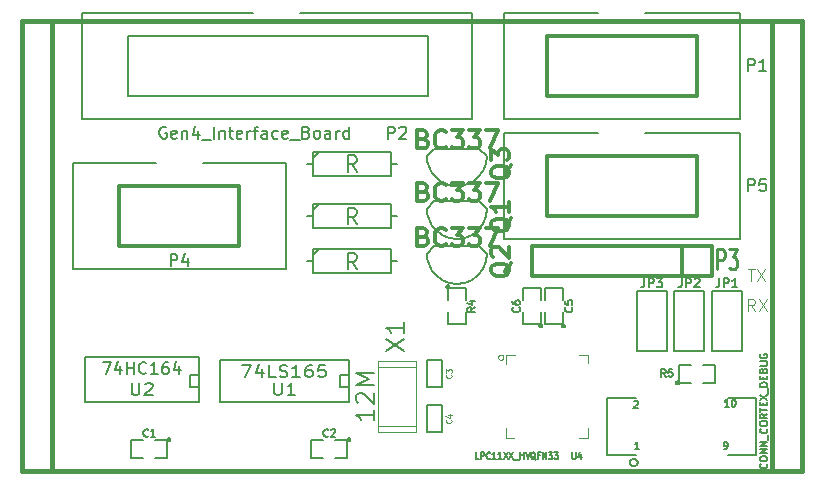
<source format=gto>
G04 (created by PCBNEW-RS274X (2012-01-19 BZR 3256)-stable) date 20/08/2012 20:09:26*
G01*
G70*
G90*
%MOIN*%
G04 Gerber Fmt 3.4, Leading zero omitted, Abs format*
%FSLAX34Y34*%
G04 APERTURE LIST*
%ADD10C,0.006000*%
%ADD11C,0.015000*%
%ADD12C,0.008000*%
%ADD13C,0.012000*%
%ADD14C,0.002000*%
%ADD15C,0.005000*%
%ADD16C,0.007500*%
%ADD17C,0.003900*%
%ADD18C,0.010700*%
%ADD19C,0.004500*%
G04 APERTURE END LIST*
G54D10*
G54D11*
X25000Y00000D02*
X26000Y00000D01*
X25000Y15000D02*
X26000Y15000D01*
X25000Y15000D02*
X00000Y15000D01*
X26000Y00000D02*
X26000Y15000D01*
X00000Y00000D02*
X25000Y00000D01*
X00000Y15000D02*
X00000Y00000D01*
X25000Y15000D02*
X26000Y15000D01*
X26000Y15000D02*
X26000Y00000D01*
X26000Y00000D02*
X25000Y00000D01*
X25000Y00000D02*
X25000Y15000D01*
X00000Y15000D02*
X01000Y15000D01*
X01000Y15000D02*
X01000Y00000D01*
X01000Y00000D02*
X00000Y00000D01*
X00000Y00000D02*
X00000Y15000D01*
G54D12*
X09500Y08500D02*
X09700Y08500D01*
X12500Y08500D02*
X12300Y08500D01*
X12300Y08500D02*
X12300Y08900D01*
X12300Y08900D02*
X09700Y08900D01*
X09700Y08900D02*
X09700Y08100D01*
X09700Y08100D02*
X12300Y08100D01*
X12300Y08100D02*
X12300Y08500D01*
X09700Y08700D02*
X09900Y08900D01*
X09500Y07000D02*
X09700Y07000D01*
X12500Y07000D02*
X12300Y07000D01*
X12300Y07000D02*
X12300Y07400D01*
X12300Y07400D02*
X09700Y07400D01*
X09700Y07400D02*
X09700Y06600D01*
X09700Y06600D02*
X12300Y06600D01*
X12300Y06600D02*
X12300Y07000D01*
X09700Y07200D02*
X09900Y07400D01*
X09500Y10250D02*
X09700Y10250D01*
X12500Y10250D02*
X12300Y10250D01*
X12300Y10250D02*
X12300Y10650D01*
X12300Y10650D02*
X09700Y10650D01*
X09700Y10650D02*
X09700Y09850D01*
X09700Y09850D02*
X12300Y09850D01*
X12300Y09850D02*
X12300Y10250D01*
X09700Y10450D02*
X09900Y10650D01*
X09287Y15272D02*
X14996Y15272D01*
X02004Y15272D02*
X07713Y15272D01*
X14996Y11728D02*
X02004Y11728D01*
X14996Y11728D02*
X14996Y15272D01*
X02004Y11728D02*
X02004Y15272D01*
X03525Y14500D02*
X13525Y14500D01*
X13525Y12500D02*
X03525Y12500D01*
X13525Y12500D02*
X13525Y14500D01*
X03525Y14500D02*
X03525Y12500D01*
G54D13*
X23000Y07500D02*
X23000Y06500D01*
X23000Y06500D02*
X17000Y06500D01*
X17000Y06500D02*
X17000Y07500D01*
X17000Y07500D02*
X23000Y07500D01*
X22000Y07500D02*
X22000Y06500D01*
G54D12*
X14500Y07750D02*
X14587Y07754D01*
X14673Y07766D01*
X14758Y07785D01*
X14842Y07811D01*
X14922Y07844D01*
X15000Y07884D01*
X15073Y07931D01*
X15142Y07984D01*
X15207Y08043D01*
X15266Y08108D01*
X15319Y08177D01*
X15366Y08251D01*
X15406Y08328D01*
X15439Y08408D01*
X15465Y08492D01*
X15484Y08577D01*
X15496Y08663D01*
X15500Y08750D01*
X13500Y08750D02*
X13504Y08663D01*
X13516Y08577D01*
X13535Y08492D01*
X13561Y08408D01*
X13594Y08328D01*
X13634Y08251D01*
X13681Y08177D01*
X13734Y08108D01*
X13793Y08043D01*
X13858Y07984D01*
X13927Y07931D01*
X14001Y07884D01*
X14078Y07844D01*
X14158Y07811D01*
X14242Y07785D01*
X14327Y07766D01*
X14413Y07754D01*
X14500Y07750D01*
X15500Y08750D02*
X15250Y09000D01*
X13750Y09000D02*
X13500Y08750D01*
X13750Y09000D02*
X15250Y09000D01*
X14500Y06250D02*
X14587Y06254D01*
X14673Y06266D01*
X14758Y06285D01*
X14842Y06311D01*
X14922Y06344D01*
X15000Y06384D01*
X15073Y06431D01*
X15142Y06484D01*
X15207Y06543D01*
X15266Y06608D01*
X15319Y06677D01*
X15366Y06751D01*
X15406Y06828D01*
X15439Y06908D01*
X15465Y06992D01*
X15484Y07077D01*
X15496Y07163D01*
X15500Y07250D01*
X13500Y07250D02*
X13504Y07163D01*
X13516Y07077D01*
X13535Y06992D01*
X13561Y06908D01*
X13594Y06828D01*
X13634Y06751D01*
X13681Y06677D01*
X13734Y06608D01*
X13793Y06543D01*
X13858Y06484D01*
X13927Y06431D01*
X14001Y06384D01*
X14078Y06344D01*
X14158Y06311D01*
X14242Y06285D01*
X14327Y06266D01*
X14413Y06254D01*
X14500Y06250D01*
X15500Y07250D02*
X15250Y07500D01*
X13750Y07500D02*
X13500Y07250D01*
X13750Y07500D02*
X15250Y07500D01*
X14500Y09500D02*
X14587Y09504D01*
X14673Y09516D01*
X14758Y09535D01*
X14842Y09561D01*
X14922Y09594D01*
X15000Y09634D01*
X15073Y09681D01*
X15142Y09734D01*
X15207Y09793D01*
X15266Y09858D01*
X15319Y09927D01*
X15366Y10001D01*
X15406Y10078D01*
X15439Y10158D01*
X15465Y10242D01*
X15484Y10327D01*
X15496Y10413D01*
X15500Y10500D01*
X13500Y10500D02*
X13504Y10413D01*
X13516Y10327D01*
X13535Y10242D01*
X13561Y10158D01*
X13594Y10078D01*
X13634Y10001D01*
X13681Y09927D01*
X13734Y09858D01*
X13793Y09793D01*
X13858Y09734D01*
X13927Y09681D01*
X14001Y09634D01*
X14078Y09594D01*
X14158Y09561D01*
X14242Y09535D01*
X14327Y09516D01*
X14413Y09504D01*
X14500Y09500D01*
X15500Y10500D02*
X15250Y10750D01*
X13750Y10750D02*
X13500Y10500D01*
X13750Y10750D02*
X15250Y10750D01*
X10900Y02300D02*
X06600Y02300D01*
X06600Y02300D02*
X06600Y03700D01*
X06600Y03700D02*
X10900Y03700D01*
X10900Y03700D02*
X10900Y02300D01*
X10900Y02800D02*
X10600Y02800D01*
X10600Y02800D02*
X10600Y03200D01*
X10600Y03200D02*
X10900Y03200D01*
X05900Y02300D02*
X02100Y02300D01*
X02100Y02300D02*
X02100Y03800D01*
X02100Y03800D02*
X05900Y03800D01*
X05900Y03800D02*
X05900Y02300D01*
X05900Y02800D02*
X05600Y02800D01*
X05600Y02800D02*
X05600Y03200D01*
X05600Y03200D02*
X05900Y03200D01*
X19213Y15272D02*
X16063Y15272D01*
X16063Y15272D02*
X16063Y11728D01*
X16063Y11728D02*
X23937Y11728D01*
X23937Y11728D02*
X23937Y13500D01*
X23937Y13500D02*
X23937Y15272D01*
X23937Y15272D02*
X20787Y15272D01*
G54D13*
X22500Y12500D02*
X17500Y12500D01*
X17500Y12500D02*
X17500Y14500D01*
X17500Y14500D02*
X22500Y14500D01*
X22500Y14500D02*
X22500Y12500D01*
G54D12*
X19213Y11272D02*
X16063Y11272D01*
X16063Y11272D02*
X16063Y07728D01*
X16063Y07728D02*
X23937Y07728D01*
X23937Y07728D02*
X23937Y09500D01*
X23937Y09500D02*
X23937Y11272D01*
X23937Y11272D02*
X20787Y11272D01*
G54D13*
X22500Y08500D02*
X17500Y08500D01*
X17500Y08500D02*
X17500Y10500D01*
X17500Y10500D02*
X22500Y10500D01*
X22500Y10500D02*
X22500Y08500D01*
G54D12*
X06037Y10272D02*
X08793Y10272D01*
X08793Y10272D02*
X08793Y06728D01*
X08793Y06728D02*
X01707Y06728D01*
X01707Y06728D02*
X01707Y10272D01*
X01707Y10272D02*
X04463Y10272D01*
G54D13*
X07250Y07500D02*
X03250Y07500D01*
X03250Y07500D02*
X03250Y09500D01*
X03250Y09500D02*
X07250Y09500D01*
X07250Y09500D02*
X07250Y07500D01*
G54D14*
X13130Y01516D02*
X13130Y01319D01*
X13130Y01319D02*
X11870Y01319D01*
X11870Y01319D02*
X11870Y01516D01*
X11870Y03484D02*
X11870Y03681D01*
X11870Y03681D02*
X13130Y03681D01*
X13130Y03681D02*
X13130Y03484D01*
X12108Y03485D02*
X12895Y03485D01*
X12108Y03484D02*
X12895Y03484D01*
X12108Y03484D02*
X12895Y03484D01*
X12108Y03484D02*
X12895Y03484D01*
X12894Y01516D02*
X12107Y01516D01*
X12894Y01516D02*
X12107Y01516D01*
X12894Y01516D02*
X12107Y01516D01*
X12894Y01516D02*
X12107Y01516D01*
X13130Y03484D02*
X13130Y01516D01*
X13130Y01516D02*
X11870Y01516D01*
X11870Y01516D02*
X11870Y03484D01*
X11870Y03484D02*
X13130Y03484D01*
G54D15*
X18100Y04850D02*
X18099Y04841D01*
X18096Y04831D01*
X18091Y04823D01*
X18085Y04815D01*
X18077Y04809D01*
X18069Y04804D01*
X18060Y04802D01*
X18050Y04801D01*
X18041Y04801D01*
X18032Y04804D01*
X18023Y04809D01*
X18016Y04815D01*
X18009Y04822D01*
X18005Y04831D01*
X18002Y04840D01*
X18001Y04850D01*
X18001Y04859D01*
X18004Y04868D01*
X18008Y04877D01*
X18015Y04884D01*
X18022Y04891D01*
X18030Y04895D01*
X18040Y04898D01*
X18049Y04899D01*
X18058Y04899D01*
X18068Y04896D01*
X18076Y04892D01*
X18084Y04886D01*
X18090Y04878D01*
X18095Y04870D01*
X18098Y04861D01*
X18099Y04851D01*
X18100Y04850D01*
X18050Y05300D02*
X18050Y04900D01*
X18050Y04900D02*
X17450Y04900D01*
X17450Y04900D02*
X17450Y05300D01*
X17450Y05700D02*
X17450Y06100D01*
X17450Y06100D02*
X18050Y06100D01*
X18050Y06100D02*
X18050Y05700D01*
X17350Y04850D02*
X17349Y04841D01*
X17346Y04831D01*
X17341Y04823D01*
X17335Y04815D01*
X17327Y04809D01*
X17319Y04804D01*
X17310Y04802D01*
X17300Y04801D01*
X17291Y04801D01*
X17282Y04804D01*
X17273Y04809D01*
X17266Y04815D01*
X17259Y04822D01*
X17255Y04831D01*
X17252Y04840D01*
X17251Y04850D01*
X17251Y04859D01*
X17254Y04868D01*
X17258Y04877D01*
X17265Y04884D01*
X17272Y04891D01*
X17280Y04895D01*
X17290Y04898D01*
X17299Y04899D01*
X17308Y04899D01*
X17318Y04896D01*
X17326Y04892D01*
X17334Y04886D01*
X17340Y04878D01*
X17345Y04870D01*
X17348Y04861D01*
X17349Y04851D01*
X17350Y04850D01*
X17300Y05300D02*
X17300Y04900D01*
X17300Y04900D02*
X16700Y04900D01*
X16700Y04900D02*
X16700Y05300D01*
X16700Y05700D02*
X16700Y06100D01*
X16700Y06100D02*
X17300Y06100D01*
X17300Y06100D02*
X17300Y05700D01*
X14250Y06150D02*
X14249Y06141D01*
X14246Y06131D01*
X14241Y06123D01*
X14235Y06115D01*
X14227Y06109D01*
X14219Y06104D01*
X14210Y06102D01*
X14200Y06101D01*
X14191Y06101D01*
X14182Y06104D01*
X14173Y06109D01*
X14166Y06115D01*
X14159Y06122D01*
X14155Y06131D01*
X14152Y06140D01*
X14151Y06150D01*
X14151Y06159D01*
X14154Y06168D01*
X14158Y06177D01*
X14165Y06184D01*
X14172Y06191D01*
X14180Y06195D01*
X14190Y06198D01*
X14199Y06199D01*
X14208Y06199D01*
X14218Y06196D01*
X14226Y06192D01*
X14234Y06186D01*
X14240Y06178D01*
X14245Y06170D01*
X14248Y06161D01*
X14249Y06151D01*
X14250Y06150D01*
X14200Y05700D02*
X14200Y06100D01*
X14200Y06100D02*
X14800Y06100D01*
X14800Y06100D02*
X14800Y05700D01*
X14800Y05300D02*
X14800Y04900D01*
X14800Y04900D02*
X14200Y04900D01*
X14200Y04900D02*
X14200Y05300D01*
X21900Y02950D02*
X21899Y02941D01*
X21896Y02931D01*
X21891Y02923D01*
X21885Y02915D01*
X21877Y02909D01*
X21869Y02904D01*
X21860Y02902D01*
X21850Y02901D01*
X21841Y02901D01*
X21832Y02904D01*
X21823Y02909D01*
X21816Y02915D01*
X21809Y02922D01*
X21805Y02931D01*
X21802Y02940D01*
X21801Y02950D01*
X21801Y02959D01*
X21804Y02968D01*
X21808Y02977D01*
X21815Y02984D01*
X21822Y02991D01*
X21830Y02995D01*
X21840Y02998D01*
X21849Y02999D01*
X21858Y02999D01*
X21868Y02996D01*
X21876Y02992D01*
X21884Y02986D01*
X21890Y02978D01*
X21895Y02970D01*
X21898Y02961D01*
X21899Y02951D01*
X21900Y02950D01*
X22300Y02950D02*
X21900Y02950D01*
X21900Y02950D02*
X21900Y03550D01*
X21900Y03550D02*
X22300Y03550D01*
X22700Y03550D02*
X23100Y03550D01*
X23100Y03550D02*
X23100Y02950D01*
X23100Y02950D02*
X22700Y02950D01*
X13500Y02800D02*
X13500Y03700D01*
X13500Y03700D02*
X14000Y03700D01*
X14000Y03700D02*
X14000Y02800D01*
X14000Y02800D02*
X13500Y02800D01*
X14000Y02200D02*
X14000Y01300D01*
X14000Y01300D02*
X13500Y01300D01*
X13500Y01300D02*
X13500Y02200D01*
X13500Y02200D02*
X14000Y02200D01*
G54D16*
X20525Y00300D02*
X20522Y00276D01*
X20515Y00253D01*
X20504Y00231D01*
X20488Y00212D01*
X20469Y00197D01*
X20448Y00185D01*
X20425Y00178D01*
X20400Y00176D01*
X20377Y00178D01*
X20354Y00185D01*
X20332Y00196D01*
X20313Y00211D01*
X20297Y00230D01*
X20286Y00251D01*
X20278Y00275D01*
X20276Y00299D01*
X20278Y00322D01*
X20284Y00346D01*
X20295Y00367D01*
X20311Y00386D01*
X20329Y00402D01*
X20350Y00414D01*
X20374Y00422D01*
X20398Y00424D01*
X20421Y00423D01*
X20445Y00416D01*
X20466Y00405D01*
X20486Y00390D01*
X20502Y00372D01*
X20514Y00350D01*
X20521Y00327D01*
X20524Y00303D01*
X20525Y00300D01*
X24480Y00555D02*
X23535Y00555D01*
X24480Y00555D02*
X24480Y02445D01*
X24480Y02445D02*
X23535Y02445D01*
X19520Y00555D02*
X20465Y00555D01*
X19520Y00555D02*
X19520Y02445D01*
X19520Y02445D02*
X20465Y02445D01*
G54D10*
X24000Y04000D02*
X23000Y04000D01*
X23000Y04000D02*
X23000Y06000D01*
X23000Y06000D02*
X24000Y06000D01*
X24000Y06000D02*
X24000Y04000D01*
X22750Y04000D02*
X21750Y04000D01*
X21750Y04000D02*
X21750Y06000D01*
X21750Y06000D02*
X22750Y06000D01*
X22750Y06000D02*
X22750Y04000D01*
X21500Y04000D02*
X20500Y04000D01*
X20500Y04000D02*
X20500Y06000D01*
X20500Y06000D02*
X21500Y06000D01*
X21500Y06000D02*
X21500Y04000D01*
G54D15*
X04950Y01050D02*
X04949Y01041D01*
X04946Y01031D01*
X04941Y01023D01*
X04935Y01015D01*
X04927Y01009D01*
X04919Y01004D01*
X04910Y01002D01*
X04900Y01001D01*
X04891Y01001D01*
X04882Y01004D01*
X04873Y01009D01*
X04866Y01015D01*
X04859Y01022D01*
X04855Y01031D01*
X04852Y01040D01*
X04851Y01050D01*
X04851Y01059D01*
X04854Y01068D01*
X04858Y01077D01*
X04865Y01084D01*
X04872Y01091D01*
X04880Y01095D01*
X04890Y01098D01*
X04899Y01099D01*
X04908Y01099D01*
X04918Y01096D01*
X04926Y01092D01*
X04934Y01086D01*
X04940Y01078D01*
X04945Y01070D01*
X04948Y01061D01*
X04949Y01051D01*
X04950Y01050D01*
X04450Y01050D02*
X04850Y01050D01*
X04850Y01050D02*
X04850Y00450D01*
X04850Y00450D02*
X04450Y00450D01*
X04050Y00450D02*
X03650Y00450D01*
X03650Y00450D02*
X03650Y01050D01*
X03650Y01050D02*
X04050Y01050D01*
X10950Y01050D02*
X10949Y01041D01*
X10946Y01031D01*
X10941Y01023D01*
X10935Y01015D01*
X10927Y01009D01*
X10919Y01004D01*
X10910Y01002D01*
X10900Y01001D01*
X10891Y01001D01*
X10882Y01004D01*
X10873Y01009D01*
X10866Y01015D01*
X10859Y01022D01*
X10855Y01031D01*
X10852Y01040D01*
X10851Y01050D01*
X10851Y01059D01*
X10854Y01068D01*
X10858Y01077D01*
X10865Y01084D01*
X10872Y01091D01*
X10880Y01095D01*
X10890Y01098D01*
X10899Y01099D01*
X10908Y01099D01*
X10918Y01096D01*
X10926Y01092D01*
X10934Y01086D01*
X10940Y01078D01*
X10945Y01070D01*
X10948Y01061D01*
X10949Y01051D01*
X10950Y01050D01*
X10450Y01050D02*
X10850Y01050D01*
X10850Y01050D02*
X10850Y00450D01*
X10850Y00450D02*
X10450Y00450D01*
X10050Y00450D02*
X09650Y00450D01*
X09650Y00450D02*
X09650Y01050D01*
X09650Y01050D02*
X10050Y01050D01*
G54D17*
X16052Y03799D02*
X16050Y03783D01*
X16045Y03766D01*
X16037Y03751D01*
X16026Y03738D01*
X16013Y03727D01*
X15998Y03719D01*
X15982Y03714D01*
X15965Y03713D01*
X15949Y03714D01*
X15933Y03719D01*
X15918Y03727D01*
X15905Y03737D01*
X15894Y03750D01*
X15886Y03765D01*
X15880Y03781D01*
X15879Y03798D01*
X15880Y03814D01*
X15885Y03831D01*
X15892Y03846D01*
X15903Y03859D01*
X15916Y03870D01*
X15931Y03878D01*
X15947Y03883D01*
X15964Y03885D01*
X15980Y03884D01*
X15996Y03880D01*
X16011Y03872D01*
X16024Y03862D01*
X16036Y03849D01*
X16044Y03834D01*
X16049Y03818D01*
X16051Y03801D01*
X16052Y03799D01*
X16122Y03563D02*
X16122Y03878D01*
X16122Y03878D02*
X16437Y03878D01*
X16398Y01122D02*
X16122Y01122D01*
X16122Y01122D02*
X16122Y01437D01*
X18563Y01122D02*
X18878Y01122D01*
X18878Y01122D02*
X18878Y01437D01*
X18878Y03878D02*
X18583Y03878D01*
X18878Y03878D02*
X18878Y03602D01*
X24201Y06735D02*
X24426Y06735D01*
X24313Y06341D02*
X24313Y06735D01*
X24519Y06735D02*
X24782Y06341D01*
X24782Y06735D02*
X24519Y06341D01*
X24435Y05341D02*
X24304Y05528D01*
X24210Y05341D02*
X24210Y05735D01*
X24360Y05735D01*
X24397Y05716D01*
X24416Y05697D01*
X24435Y05659D01*
X24435Y05603D01*
X24416Y05566D01*
X24397Y05547D01*
X24360Y05528D01*
X24210Y05528D01*
X24566Y05735D02*
X24829Y05341D01*
X24829Y05735D02*
X24566Y05341D01*
G54D12*
X11155Y08227D02*
X10988Y08489D01*
X10869Y08227D02*
X10869Y08777D01*
X11060Y08777D01*
X11107Y08751D01*
X11131Y08725D01*
X11155Y08673D01*
X11155Y08594D01*
X11131Y08542D01*
X11107Y08515D01*
X11060Y08489D01*
X10869Y08489D01*
X11155Y06727D02*
X10988Y06989D01*
X10869Y06727D02*
X10869Y07277D01*
X11060Y07277D01*
X11107Y07251D01*
X11131Y07225D01*
X11155Y07173D01*
X11155Y07094D01*
X11131Y07042D01*
X11107Y07015D01*
X11060Y06989D01*
X10869Y06989D01*
X11155Y09977D02*
X10988Y10239D01*
X10869Y09977D02*
X10869Y10527D01*
X11060Y10527D01*
X11107Y10501D01*
X11131Y10475D01*
X11155Y10423D01*
X11155Y10344D01*
X11131Y10292D01*
X11107Y10265D01*
X11060Y10239D01*
X10869Y10239D01*
X12205Y11088D02*
X12205Y11488D01*
X12358Y11488D01*
X12396Y11469D01*
X12415Y11450D01*
X12434Y11412D01*
X12434Y11355D01*
X12415Y11317D01*
X12396Y11298D01*
X12358Y11279D01*
X12205Y11279D01*
X12586Y11450D02*
X12605Y11469D01*
X12643Y11488D01*
X12739Y11488D01*
X12777Y11469D01*
X12796Y11450D01*
X12815Y11412D01*
X12815Y11374D01*
X12796Y11317D01*
X12567Y11088D01*
X12815Y11088D01*
X04816Y11469D02*
X04778Y11488D01*
X04721Y11488D01*
X04663Y11469D01*
X04625Y11431D01*
X04606Y11393D01*
X04587Y11317D01*
X04587Y11260D01*
X04606Y11183D01*
X04625Y11145D01*
X04663Y11107D01*
X04721Y11088D01*
X04759Y11088D01*
X04816Y11107D01*
X04835Y11126D01*
X04835Y11260D01*
X04759Y11260D01*
X05159Y11107D02*
X05121Y11088D01*
X05044Y11088D01*
X05006Y11107D01*
X04987Y11145D01*
X04987Y11298D01*
X05006Y11336D01*
X05044Y11355D01*
X05121Y11355D01*
X05159Y11336D01*
X05178Y11298D01*
X05178Y11260D01*
X04987Y11221D01*
X05349Y11355D02*
X05349Y11088D01*
X05349Y11317D02*
X05368Y11336D01*
X05406Y11355D01*
X05464Y11355D01*
X05502Y11336D01*
X05521Y11298D01*
X05521Y11088D01*
X05883Y11355D02*
X05883Y11088D01*
X05787Y11507D02*
X05692Y11221D01*
X05940Y11221D01*
X05997Y11050D02*
X06302Y11050D01*
X06397Y11088D02*
X06397Y11488D01*
X06587Y11355D02*
X06587Y11088D01*
X06587Y11317D02*
X06606Y11336D01*
X06644Y11355D01*
X06702Y11355D01*
X06740Y11336D01*
X06759Y11298D01*
X06759Y11088D01*
X06892Y11355D02*
X07044Y11355D01*
X06949Y11488D02*
X06949Y11145D01*
X06968Y11107D01*
X07006Y11088D01*
X07044Y11088D01*
X07331Y11107D02*
X07293Y11088D01*
X07216Y11088D01*
X07178Y11107D01*
X07159Y11145D01*
X07159Y11298D01*
X07178Y11336D01*
X07216Y11355D01*
X07293Y11355D01*
X07331Y11336D01*
X07350Y11298D01*
X07350Y11260D01*
X07159Y11221D01*
X07521Y11088D02*
X07521Y11355D01*
X07521Y11279D02*
X07540Y11317D01*
X07559Y11336D01*
X07597Y11355D01*
X07636Y11355D01*
X07712Y11355D02*
X07864Y11355D01*
X07769Y11088D02*
X07769Y11431D01*
X07788Y11469D01*
X07826Y11488D01*
X07864Y11488D01*
X08170Y11088D02*
X08170Y11298D01*
X08151Y11336D01*
X08113Y11355D01*
X08036Y11355D01*
X07998Y11336D01*
X08170Y11107D02*
X08132Y11088D01*
X08036Y11088D01*
X07998Y11107D01*
X07979Y11145D01*
X07979Y11183D01*
X07998Y11221D01*
X08036Y11240D01*
X08132Y11240D01*
X08170Y11260D01*
X08532Y11107D02*
X08494Y11088D01*
X08417Y11088D01*
X08379Y11107D01*
X08360Y11126D01*
X08341Y11164D01*
X08341Y11279D01*
X08360Y11317D01*
X08379Y11336D01*
X08417Y11355D01*
X08494Y11355D01*
X08532Y11336D01*
X08856Y11107D02*
X08818Y11088D01*
X08741Y11088D01*
X08703Y11107D01*
X08684Y11145D01*
X08684Y11298D01*
X08703Y11336D01*
X08741Y11355D01*
X08818Y11355D01*
X08856Y11336D01*
X08875Y11298D01*
X08875Y11260D01*
X08684Y11221D01*
X08951Y11050D02*
X09256Y11050D01*
X09485Y11298D02*
X09542Y11279D01*
X09561Y11260D01*
X09580Y11221D01*
X09580Y11164D01*
X09561Y11126D01*
X09542Y11107D01*
X09504Y11088D01*
X09351Y11088D01*
X09351Y11488D01*
X09485Y11488D01*
X09523Y11469D01*
X09542Y11450D01*
X09561Y11412D01*
X09561Y11374D01*
X09542Y11336D01*
X09523Y11317D01*
X09485Y11298D01*
X09351Y11298D01*
X09808Y11088D02*
X09770Y11107D01*
X09751Y11126D01*
X09732Y11164D01*
X09732Y11279D01*
X09751Y11317D01*
X09770Y11336D01*
X09808Y11355D01*
X09866Y11355D01*
X09904Y11336D01*
X09923Y11317D01*
X09942Y11279D01*
X09942Y11164D01*
X09923Y11126D01*
X09904Y11107D01*
X09866Y11088D01*
X09808Y11088D01*
X10285Y11088D02*
X10285Y11298D01*
X10266Y11336D01*
X10228Y11355D01*
X10151Y11355D01*
X10113Y11336D01*
X10285Y11107D02*
X10247Y11088D01*
X10151Y11088D01*
X10113Y11107D01*
X10094Y11145D01*
X10094Y11183D01*
X10113Y11221D01*
X10151Y11240D01*
X10247Y11240D01*
X10285Y11260D01*
X10475Y11088D02*
X10475Y11355D01*
X10475Y11279D02*
X10494Y11317D01*
X10513Y11336D01*
X10551Y11355D01*
X10590Y11355D01*
X10895Y11088D02*
X10895Y11488D01*
X10895Y11107D02*
X10857Y11088D01*
X10780Y11088D01*
X10742Y11107D01*
X10723Y11126D01*
X10704Y11164D01*
X10704Y11279D01*
X10723Y11317D01*
X10742Y11336D01*
X10780Y11355D01*
X10857Y11355D01*
X10895Y11336D01*
G54D18*
X23184Y06725D02*
X23184Y07406D01*
X23347Y07406D01*
X23388Y07373D01*
X23408Y07341D01*
X23428Y07276D01*
X23428Y07179D01*
X23408Y07114D01*
X23388Y07082D01*
X23347Y07049D01*
X23184Y07049D01*
X23571Y07406D02*
X23836Y07406D01*
X23693Y07146D01*
X23755Y07146D01*
X23795Y07114D01*
X23816Y07082D01*
X23836Y07017D01*
X23836Y06855D01*
X23816Y06790D01*
X23795Y06757D01*
X23755Y06725D01*
X23632Y06725D01*
X23592Y06757D01*
X23571Y06790D01*
G54D13*
X16300Y08443D02*
X16271Y08386D01*
X16214Y08329D01*
X16129Y08243D01*
X16100Y08186D01*
X16100Y08129D01*
X16243Y08157D02*
X16214Y08100D01*
X16157Y08043D01*
X16043Y08014D01*
X15843Y08014D01*
X15729Y08043D01*
X15671Y08100D01*
X15643Y08157D01*
X15643Y08271D01*
X15671Y08329D01*
X15729Y08386D01*
X15843Y08414D01*
X16043Y08414D01*
X16157Y08386D01*
X16214Y08329D01*
X16243Y08271D01*
X16243Y08157D01*
X16243Y08986D02*
X16243Y08643D01*
X16243Y08815D02*
X15643Y08815D01*
X15729Y08758D01*
X15786Y08700D01*
X15814Y08643D01*
X13387Y09321D02*
X13473Y09293D01*
X13501Y09264D01*
X13530Y09207D01*
X13530Y09121D01*
X13501Y09064D01*
X13473Y09036D01*
X13415Y09007D01*
X13187Y09007D01*
X13187Y09607D01*
X13387Y09607D01*
X13444Y09579D01*
X13473Y09550D01*
X13501Y09493D01*
X13501Y09436D01*
X13473Y09379D01*
X13444Y09350D01*
X13387Y09321D01*
X13187Y09321D01*
X14130Y09064D02*
X14101Y09036D01*
X14015Y09007D01*
X13958Y09007D01*
X13873Y09036D01*
X13815Y09093D01*
X13787Y09150D01*
X13758Y09264D01*
X13758Y09350D01*
X13787Y09464D01*
X13815Y09521D01*
X13873Y09579D01*
X13958Y09607D01*
X14015Y09607D01*
X14101Y09579D01*
X14130Y09550D01*
X14330Y09607D02*
X14701Y09607D01*
X14501Y09379D01*
X14587Y09379D01*
X14644Y09350D01*
X14673Y09321D01*
X14701Y09264D01*
X14701Y09121D01*
X14673Y09064D01*
X14644Y09036D01*
X14587Y09007D01*
X14415Y09007D01*
X14358Y09036D01*
X14330Y09064D01*
X14901Y09607D02*
X15272Y09607D01*
X15072Y09379D01*
X15158Y09379D01*
X15215Y09350D01*
X15244Y09321D01*
X15272Y09264D01*
X15272Y09121D01*
X15244Y09064D01*
X15215Y09036D01*
X15158Y09007D01*
X14986Y09007D01*
X14929Y09036D01*
X14901Y09064D01*
X15472Y09607D02*
X15872Y09607D01*
X15615Y09007D01*
X16300Y06943D02*
X16271Y06886D01*
X16214Y06829D01*
X16129Y06743D01*
X16100Y06686D01*
X16100Y06629D01*
X16243Y06657D02*
X16214Y06600D01*
X16157Y06543D01*
X16043Y06514D01*
X15843Y06514D01*
X15729Y06543D01*
X15671Y06600D01*
X15643Y06657D01*
X15643Y06771D01*
X15671Y06829D01*
X15729Y06886D01*
X15843Y06914D01*
X16043Y06914D01*
X16157Y06886D01*
X16214Y06829D01*
X16243Y06771D01*
X16243Y06657D01*
X15700Y07143D02*
X15671Y07172D01*
X15643Y07229D01*
X15643Y07372D01*
X15671Y07429D01*
X15700Y07458D01*
X15757Y07486D01*
X15814Y07486D01*
X15900Y07458D01*
X16243Y07115D01*
X16243Y07486D01*
X13387Y07821D02*
X13473Y07793D01*
X13501Y07764D01*
X13530Y07707D01*
X13530Y07621D01*
X13501Y07564D01*
X13473Y07536D01*
X13415Y07507D01*
X13187Y07507D01*
X13187Y08107D01*
X13387Y08107D01*
X13444Y08079D01*
X13473Y08050D01*
X13501Y07993D01*
X13501Y07936D01*
X13473Y07879D01*
X13444Y07850D01*
X13387Y07821D01*
X13187Y07821D01*
X14130Y07564D02*
X14101Y07536D01*
X14015Y07507D01*
X13958Y07507D01*
X13873Y07536D01*
X13815Y07593D01*
X13787Y07650D01*
X13758Y07764D01*
X13758Y07850D01*
X13787Y07964D01*
X13815Y08021D01*
X13873Y08079D01*
X13958Y08107D01*
X14015Y08107D01*
X14101Y08079D01*
X14130Y08050D01*
X14330Y08107D02*
X14701Y08107D01*
X14501Y07879D01*
X14587Y07879D01*
X14644Y07850D01*
X14673Y07821D01*
X14701Y07764D01*
X14701Y07621D01*
X14673Y07564D01*
X14644Y07536D01*
X14587Y07507D01*
X14415Y07507D01*
X14358Y07536D01*
X14330Y07564D01*
X14901Y08107D02*
X15272Y08107D01*
X15072Y07879D01*
X15158Y07879D01*
X15215Y07850D01*
X15244Y07821D01*
X15272Y07764D01*
X15272Y07621D01*
X15244Y07564D01*
X15215Y07536D01*
X15158Y07507D01*
X14986Y07507D01*
X14929Y07536D01*
X14901Y07564D01*
X15472Y08107D02*
X15872Y08107D01*
X15615Y07507D01*
X16300Y10193D02*
X16271Y10136D01*
X16214Y10079D01*
X16129Y09993D01*
X16100Y09936D01*
X16100Y09879D01*
X16243Y09907D02*
X16214Y09850D01*
X16157Y09793D01*
X16043Y09764D01*
X15843Y09764D01*
X15729Y09793D01*
X15671Y09850D01*
X15643Y09907D01*
X15643Y10021D01*
X15671Y10079D01*
X15729Y10136D01*
X15843Y10164D01*
X16043Y10164D01*
X16157Y10136D01*
X16214Y10079D01*
X16243Y10021D01*
X16243Y09907D01*
X15643Y10365D02*
X15643Y10736D01*
X15871Y10536D01*
X15871Y10622D01*
X15900Y10679D01*
X15929Y10708D01*
X15986Y10736D01*
X16129Y10736D01*
X16186Y10708D01*
X16214Y10679D01*
X16243Y10622D01*
X16243Y10450D01*
X16214Y10393D01*
X16186Y10365D01*
X13387Y11071D02*
X13473Y11043D01*
X13501Y11014D01*
X13530Y10957D01*
X13530Y10871D01*
X13501Y10814D01*
X13473Y10786D01*
X13415Y10757D01*
X13187Y10757D01*
X13187Y11357D01*
X13387Y11357D01*
X13444Y11329D01*
X13473Y11300D01*
X13501Y11243D01*
X13501Y11186D01*
X13473Y11129D01*
X13444Y11100D01*
X13387Y11071D01*
X13187Y11071D01*
X14130Y10814D02*
X14101Y10786D01*
X14015Y10757D01*
X13958Y10757D01*
X13873Y10786D01*
X13815Y10843D01*
X13787Y10900D01*
X13758Y11014D01*
X13758Y11100D01*
X13787Y11214D01*
X13815Y11271D01*
X13873Y11329D01*
X13958Y11357D01*
X14015Y11357D01*
X14101Y11329D01*
X14130Y11300D01*
X14330Y11357D02*
X14701Y11357D01*
X14501Y11129D01*
X14587Y11129D01*
X14644Y11100D01*
X14673Y11071D01*
X14701Y11014D01*
X14701Y10871D01*
X14673Y10814D01*
X14644Y10786D01*
X14587Y10757D01*
X14415Y10757D01*
X14358Y10786D01*
X14330Y10814D01*
X14901Y11357D02*
X15272Y11357D01*
X15072Y11129D01*
X15158Y11129D01*
X15215Y11100D01*
X15244Y11071D01*
X15272Y11014D01*
X15272Y10871D01*
X15244Y10814D01*
X15215Y10786D01*
X15158Y10757D01*
X14986Y10757D01*
X14929Y10786D01*
X14901Y10814D01*
X15472Y11357D02*
X15872Y11357D01*
X15615Y10757D01*
G54D15*
X08407Y02938D02*
X08407Y02614D01*
X08429Y02576D01*
X08450Y02557D01*
X08493Y02538D01*
X08579Y02538D01*
X08621Y02557D01*
X08643Y02576D01*
X08664Y02614D01*
X08664Y02938D01*
X09114Y02538D02*
X08857Y02538D01*
X08985Y02538D02*
X08985Y02938D01*
X08942Y02881D01*
X08900Y02843D01*
X08857Y02824D01*
X07345Y03538D02*
X07645Y03538D01*
X07452Y03138D01*
X08010Y03405D02*
X08010Y03138D01*
X07903Y03557D02*
X07796Y03271D01*
X08074Y03271D01*
X08460Y03138D02*
X08246Y03138D01*
X08246Y03538D01*
X08589Y03157D02*
X08653Y03138D01*
X08760Y03138D01*
X08803Y03157D01*
X08824Y03176D01*
X08846Y03214D01*
X08846Y03252D01*
X08824Y03290D01*
X08803Y03310D01*
X08760Y03329D01*
X08674Y03348D01*
X08632Y03367D01*
X08610Y03386D01*
X08589Y03424D01*
X08589Y03462D01*
X08610Y03500D01*
X08632Y03519D01*
X08674Y03538D01*
X08782Y03538D01*
X08846Y03519D01*
X09275Y03138D02*
X09018Y03138D01*
X09146Y03138D02*
X09146Y03538D01*
X09103Y03481D01*
X09061Y03443D01*
X09018Y03424D01*
X09661Y03538D02*
X09575Y03538D01*
X09532Y03519D01*
X09511Y03500D01*
X09468Y03443D01*
X09447Y03367D01*
X09447Y03214D01*
X09468Y03176D01*
X09490Y03157D01*
X09532Y03138D01*
X09618Y03138D01*
X09661Y03157D01*
X09682Y03176D01*
X09704Y03214D01*
X09704Y03310D01*
X09682Y03348D01*
X09661Y03367D01*
X09618Y03386D01*
X09532Y03386D01*
X09490Y03367D01*
X09468Y03348D01*
X09447Y03310D01*
X10111Y03538D02*
X09897Y03538D01*
X09876Y03348D01*
X09897Y03367D01*
X09940Y03386D01*
X10047Y03386D01*
X10090Y03367D01*
X10111Y03348D01*
X10133Y03310D01*
X10133Y03214D01*
X10111Y03176D01*
X10090Y03157D01*
X10047Y03138D01*
X09940Y03138D01*
X09897Y03157D01*
X09876Y03176D01*
X03657Y02938D02*
X03657Y02614D01*
X03679Y02576D01*
X03700Y02557D01*
X03743Y02538D01*
X03829Y02538D01*
X03871Y02557D01*
X03893Y02576D01*
X03914Y02614D01*
X03914Y02938D01*
X04107Y02900D02*
X04128Y02919D01*
X04171Y02938D01*
X04278Y02938D01*
X04321Y02919D01*
X04342Y02900D01*
X04364Y02862D01*
X04364Y02824D01*
X04342Y02767D01*
X04085Y02538D01*
X04364Y02538D01*
X02695Y03638D02*
X02962Y03638D01*
X02790Y03238D01*
X03286Y03505D02*
X03286Y03238D01*
X03190Y03657D02*
X03095Y03371D01*
X03343Y03371D01*
X03495Y03238D02*
X03495Y03638D01*
X03495Y03448D02*
X03724Y03448D01*
X03724Y03238D02*
X03724Y03638D01*
X04143Y03276D02*
X04124Y03257D01*
X04067Y03238D01*
X04029Y03238D01*
X03971Y03257D01*
X03933Y03295D01*
X03914Y03333D01*
X03895Y03410D01*
X03895Y03467D01*
X03914Y03543D01*
X03933Y03581D01*
X03971Y03619D01*
X04029Y03638D01*
X04067Y03638D01*
X04124Y03619D01*
X04143Y03600D01*
X04524Y03238D02*
X04295Y03238D01*
X04409Y03238D02*
X04409Y03638D01*
X04371Y03581D01*
X04333Y03543D01*
X04295Y03524D01*
X04867Y03638D02*
X04790Y03638D01*
X04752Y03619D01*
X04733Y03600D01*
X04695Y03543D01*
X04676Y03467D01*
X04676Y03314D01*
X04695Y03276D01*
X04714Y03257D01*
X04752Y03238D01*
X04829Y03238D01*
X04867Y03257D01*
X04886Y03276D01*
X04905Y03314D01*
X04905Y03410D01*
X04886Y03448D01*
X04867Y03467D01*
X04829Y03486D01*
X04752Y03486D01*
X04714Y03467D01*
X04695Y03448D01*
X04676Y03410D01*
X05248Y03505D02*
X05248Y03238D01*
X05152Y03657D02*
X05057Y03371D01*
X05305Y03371D01*
G54D12*
X24205Y13338D02*
X24205Y13738D01*
X24358Y13738D01*
X24396Y13719D01*
X24415Y13700D01*
X24434Y13662D01*
X24434Y13605D01*
X24415Y13567D01*
X24396Y13548D01*
X24358Y13529D01*
X24205Y13529D01*
X24815Y13338D02*
X24586Y13338D01*
X24700Y13338D02*
X24700Y13738D01*
X24662Y13681D01*
X24624Y13643D01*
X24586Y13624D01*
X24205Y09338D02*
X24205Y09738D01*
X24358Y09738D01*
X24396Y09719D01*
X24415Y09700D01*
X24434Y09662D01*
X24434Y09605D01*
X24415Y09567D01*
X24396Y09548D01*
X24358Y09529D01*
X24205Y09529D01*
X24796Y09738D02*
X24605Y09738D01*
X24586Y09548D01*
X24605Y09567D01*
X24643Y09586D01*
X24739Y09586D01*
X24777Y09567D01*
X24796Y09548D01*
X24815Y09510D01*
X24815Y09414D01*
X24796Y09376D01*
X24777Y09357D01*
X24739Y09338D01*
X24643Y09338D01*
X24605Y09357D01*
X24586Y09376D01*
X04955Y06838D02*
X04955Y07238D01*
X05108Y07238D01*
X05146Y07219D01*
X05165Y07200D01*
X05184Y07162D01*
X05184Y07105D01*
X05165Y07067D01*
X05146Y07048D01*
X05108Y07029D01*
X04955Y07029D01*
X05527Y07105D02*
X05527Y06838D01*
X05431Y07257D02*
X05336Y06971D01*
X05584Y06971D01*
X12143Y04015D02*
X12743Y04415D01*
X12143Y04415D02*
X12743Y04015D01*
X12743Y04957D02*
X12743Y04614D01*
X12743Y04786D02*
X12143Y04786D01*
X12229Y04729D01*
X12286Y04671D01*
X12314Y04614D01*
X11743Y02043D02*
X11743Y01700D01*
X11743Y01872D02*
X11143Y01872D01*
X11229Y01815D01*
X11286Y01757D01*
X11314Y01700D01*
X11200Y02271D02*
X11171Y02300D01*
X11143Y02357D01*
X11143Y02500D01*
X11171Y02557D01*
X11200Y02586D01*
X11257Y02614D01*
X11314Y02614D01*
X11400Y02586D01*
X11743Y02243D01*
X11743Y02614D01*
X11743Y02871D02*
X11143Y02871D01*
X11571Y03071D01*
X11143Y03271D01*
X11743Y03271D01*
G54D15*
X18327Y05458D02*
X18339Y05446D01*
X18351Y05411D01*
X18351Y05387D01*
X18339Y05351D01*
X18315Y05327D01*
X18292Y05316D01*
X18244Y05304D01*
X18208Y05304D01*
X18161Y05316D01*
X18137Y05327D01*
X18113Y05351D01*
X18101Y05387D01*
X18101Y05411D01*
X18113Y05446D01*
X18125Y05458D01*
X18101Y05685D02*
X18101Y05566D01*
X18220Y05554D01*
X18208Y05566D01*
X18196Y05589D01*
X18196Y05649D01*
X18208Y05673D01*
X18220Y05685D01*
X18244Y05696D01*
X18304Y05696D01*
X18327Y05685D01*
X18339Y05673D01*
X18351Y05649D01*
X18351Y05589D01*
X18339Y05566D01*
X18327Y05554D01*
X16577Y05458D02*
X16589Y05446D01*
X16601Y05411D01*
X16601Y05387D01*
X16589Y05351D01*
X16565Y05327D01*
X16542Y05316D01*
X16494Y05304D01*
X16458Y05304D01*
X16411Y05316D01*
X16387Y05327D01*
X16363Y05351D01*
X16351Y05387D01*
X16351Y05411D01*
X16363Y05446D01*
X16375Y05458D01*
X16351Y05673D02*
X16351Y05625D01*
X16363Y05601D01*
X16375Y05589D01*
X16411Y05566D01*
X16458Y05554D01*
X16554Y05554D01*
X16577Y05566D01*
X16589Y05577D01*
X16601Y05601D01*
X16601Y05649D01*
X16589Y05673D01*
X16577Y05685D01*
X16554Y05696D01*
X16494Y05696D01*
X16470Y05685D01*
X16458Y05673D01*
X16446Y05649D01*
X16446Y05601D01*
X16458Y05577D01*
X16470Y05566D01*
X16494Y05554D01*
X15101Y05458D02*
X14982Y05375D01*
X15101Y05316D02*
X14851Y05316D01*
X14851Y05411D01*
X14863Y05435D01*
X14875Y05446D01*
X14899Y05458D01*
X14935Y05458D01*
X14958Y05446D01*
X14970Y05435D01*
X14982Y05411D01*
X14982Y05316D01*
X14935Y05673D02*
X15101Y05673D01*
X14839Y05613D02*
X15018Y05554D01*
X15018Y05708D01*
X21458Y03149D02*
X21375Y03268D01*
X21316Y03149D02*
X21316Y03399D01*
X21411Y03399D01*
X21435Y03387D01*
X21446Y03375D01*
X21458Y03351D01*
X21458Y03315D01*
X21446Y03292D01*
X21435Y03280D01*
X21411Y03268D01*
X21316Y03268D01*
X21685Y03399D02*
X21566Y03399D01*
X21554Y03280D01*
X21566Y03292D01*
X21589Y03304D01*
X21649Y03304D01*
X21673Y03292D01*
X21685Y03280D01*
X21696Y03256D01*
X21696Y03196D01*
X21685Y03173D01*
X21673Y03161D01*
X21649Y03149D01*
X21589Y03149D01*
X21566Y03161D01*
X21554Y03173D01*
G54D19*
X14312Y03221D02*
X14321Y03212D01*
X14331Y03186D01*
X14331Y03169D01*
X14321Y03144D01*
X14302Y03126D01*
X14283Y03118D01*
X14245Y03109D01*
X14217Y03109D01*
X14179Y03118D01*
X14160Y03126D01*
X14140Y03144D01*
X14131Y03169D01*
X14131Y03186D01*
X14140Y03212D01*
X14150Y03221D01*
X14131Y03281D02*
X14131Y03392D01*
X14207Y03332D01*
X14207Y03358D01*
X14217Y03375D01*
X14226Y03384D01*
X14245Y03392D01*
X14293Y03392D01*
X14312Y03384D01*
X14321Y03375D01*
X14331Y03358D01*
X14331Y03306D01*
X14321Y03289D01*
X14312Y03281D01*
X14312Y01721D02*
X14321Y01712D01*
X14331Y01686D01*
X14331Y01669D01*
X14321Y01644D01*
X14302Y01626D01*
X14283Y01618D01*
X14245Y01609D01*
X14217Y01609D01*
X14179Y01618D01*
X14160Y01626D01*
X14140Y01644D01*
X14131Y01669D01*
X14131Y01686D01*
X14140Y01712D01*
X14150Y01721D01*
X14198Y01875D02*
X14331Y01875D01*
X14121Y01832D02*
X14264Y01789D01*
X14264Y01901D01*
G54D10*
X24824Y00241D02*
X24836Y00230D01*
X24847Y00196D01*
X24847Y00173D01*
X24836Y00138D01*
X24813Y00116D01*
X24790Y00104D01*
X24744Y00093D01*
X24710Y00093D01*
X24664Y00104D01*
X24641Y00116D01*
X24619Y00138D01*
X24607Y00173D01*
X24607Y00196D01*
X24619Y00230D01*
X24630Y00241D01*
X24607Y00390D02*
X24607Y00436D01*
X24619Y00458D01*
X24641Y00481D01*
X24687Y00493D01*
X24767Y00493D01*
X24813Y00481D01*
X24836Y00458D01*
X24847Y00436D01*
X24847Y00390D01*
X24836Y00367D01*
X24813Y00344D01*
X24767Y00333D01*
X24687Y00333D01*
X24641Y00344D01*
X24619Y00367D01*
X24607Y00390D01*
X24847Y00595D02*
X24607Y00595D01*
X24847Y00732D01*
X24607Y00732D01*
X24847Y00846D02*
X24607Y00846D01*
X24847Y00983D01*
X24607Y00983D01*
X24870Y01040D02*
X24870Y01223D01*
X24824Y01417D02*
X24836Y01406D01*
X24847Y01372D01*
X24847Y01349D01*
X24836Y01314D01*
X24813Y01292D01*
X24790Y01280D01*
X24744Y01269D01*
X24710Y01269D01*
X24664Y01280D01*
X24641Y01292D01*
X24619Y01314D01*
X24607Y01349D01*
X24607Y01372D01*
X24619Y01406D01*
X24630Y01417D01*
X24607Y01566D02*
X24607Y01612D01*
X24619Y01634D01*
X24641Y01657D01*
X24687Y01669D01*
X24767Y01669D01*
X24813Y01657D01*
X24836Y01634D01*
X24847Y01612D01*
X24847Y01566D01*
X24836Y01543D01*
X24813Y01520D01*
X24767Y01509D01*
X24687Y01509D01*
X24641Y01520D01*
X24619Y01543D01*
X24607Y01566D01*
X24847Y01908D02*
X24733Y01828D01*
X24847Y01771D02*
X24607Y01771D01*
X24607Y01863D01*
X24619Y01885D01*
X24630Y01897D01*
X24653Y01908D01*
X24687Y01908D01*
X24710Y01897D01*
X24721Y01885D01*
X24733Y01863D01*
X24733Y01771D01*
X24607Y01977D02*
X24607Y02114D01*
X24847Y02045D02*
X24607Y02045D01*
X24721Y02194D02*
X24721Y02274D01*
X24847Y02308D02*
X24847Y02194D01*
X24607Y02194D01*
X24607Y02308D01*
X24607Y02388D02*
X24847Y02548D01*
X24607Y02548D02*
X24847Y02388D01*
X24870Y02583D02*
X24870Y02766D01*
X24847Y02823D02*
X24607Y02823D01*
X24607Y02880D01*
X24619Y02915D01*
X24641Y02937D01*
X24664Y02949D01*
X24710Y02960D01*
X24744Y02960D01*
X24790Y02949D01*
X24813Y02937D01*
X24836Y02915D01*
X24847Y02880D01*
X24847Y02823D01*
X24721Y03063D02*
X24721Y03143D01*
X24847Y03177D02*
X24847Y03063D01*
X24607Y03063D01*
X24607Y03177D01*
X24721Y03360D02*
X24733Y03394D01*
X24744Y03406D01*
X24767Y03417D01*
X24801Y03417D01*
X24824Y03406D01*
X24836Y03394D01*
X24847Y03372D01*
X24847Y03280D01*
X24607Y03280D01*
X24607Y03360D01*
X24619Y03383D01*
X24630Y03394D01*
X24653Y03406D01*
X24676Y03406D01*
X24699Y03394D01*
X24710Y03383D01*
X24721Y03360D01*
X24721Y03280D01*
X24607Y03520D02*
X24801Y03520D01*
X24824Y03532D01*
X24836Y03543D01*
X24847Y03566D01*
X24847Y03612D01*
X24836Y03634D01*
X24824Y03646D01*
X24801Y03657D01*
X24607Y03657D01*
X24619Y03897D02*
X24607Y03874D01*
X24607Y03840D01*
X24619Y03805D01*
X24641Y03783D01*
X24664Y03771D01*
X24710Y03760D01*
X24744Y03760D01*
X24790Y03771D01*
X24813Y03783D01*
X24836Y03805D01*
X24847Y03840D01*
X24847Y03863D01*
X24836Y03897D01*
X24824Y03908D01*
X24744Y03908D01*
X24744Y03863D01*
X23568Y02151D02*
X23431Y02151D01*
X23499Y02151D02*
X23499Y02391D01*
X23476Y02357D01*
X23454Y02334D01*
X23431Y02322D01*
X23717Y02391D02*
X23740Y02391D01*
X23763Y02379D01*
X23774Y02368D01*
X23785Y02345D01*
X23797Y02299D01*
X23797Y02242D01*
X23785Y02197D01*
X23774Y02174D01*
X23763Y02162D01*
X23740Y02151D01*
X23717Y02151D01*
X23694Y02162D01*
X23683Y02174D01*
X23671Y02197D01*
X23660Y02242D01*
X23660Y02299D01*
X23671Y02345D01*
X23683Y02368D01*
X23694Y02379D01*
X23717Y02391D01*
X23412Y00734D02*
X23457Y00734D01*
X23480Y00745D01*
X23492Y00757D01*
X23514Y00791D01*
X23526Y00837D01*
X23526Y00928D01*
X23514Y00951D01*
X23503Y00962D01*
X23480Y00974D01*
X23434Y00974D01*
X23412Y00962D01*
X23400Y00951D01*
X23389Y00928D01*
X23389Y00871D01*
X23400Y00848D01*
X23412Y00837D01*
X23434Y00825D01*
X23480Y00825D01*
X23503Y00837D01*
X23514Y00848D01*
X23526Y00871D01*
X20397Y02329D02*
X20408Y02340D01*
X20431Y02352D01*
X20488Y02352D01*
X20511Y02340D01*
X20522Y02329D01*
X20534Y02306D01*
X20534Y02283D01*
X20522Y02249D01*
X20385Y02112D01*
X20534Y02112D01*
X20573Y00734D02*
X20436Y00734D01*
X20504Y00734D02*
X20504Y00974D01*
X20481Y00940D01*
X20459Y00917D01*
X20436Y00905D01*
X23250Y06429D02*
X23250Y06214D01*
X23236Y06171D01*
X23207Y06143D01*
X23164Y06129D01*
X23136Y06129D01*
X23393Y06129D02*
X23393Y06429D01*
X23508Y06429D01*
X23536Y06414D01*
X23551Y06400D01*
X23565Y06371D01*
X23565Y06329D01*
X23551Y06300D01*
X23536Y06286D01*
X23508Y06271D01*
X23393Y06271D01*
X23851Y06129D02*
X23679Y06129D01*
X23765Y06129D02*
X23765Y06429D01*
X23736Y06386D01*
X23708Y06357D01*
X23679Y06343D01*
X22000Y06429D02*
X22000Y06214D01*
X21986Y06171D01*
X21957Y06143D01*
X21914Y06129D01*
X21886Y06129D01*
X22143Y06129D02*
X22143Y06429D01*
X22258Y06429D01*
X22286Y06414D01*
X22301Y06400D01*
X22315Y06371D01*
X22315Y06329D01*
X22301Y06300D01*
X22286Y06286D01*
X22258Y06271D01*
X22143Y06271D01*
X22429Y06400D02*
X22443Y06414D01*
X22472Y06429D01*
X22543Y06429D01*
X22572Y06414D01*
X22586Y06400D01*
X22601Y06371D01*
X22601Y06343D01*
X22586Y06300D01*
X22415Y06129D01*
X22601Y06129D01*
X20750Y06429D02*
X20750Y06214D01*
X20736Y06171D01*
X20707Y06143D01*
X20664Y06129D01*
X20636Y06129D01*
X20893Y06129D02*
X20893Y06429D01*
X21008Y06429D01*
X21036Y06414D01*
X21051Y06400D01*
X21065Y06371D01*
X21065Y06329D01*
X21051Y06300D01*
X21036Y06286D01*
X21008Y06271D01*
X20893Y06271D01*
X21165Y06429D02*
X21351Y06429D01*
X21251Y06314D01*
X21293Y06314D01*
X21322Y06300D01*
X21336Y06286D01*
X21351Y06257D01*
X21351Y06186D01*
X21336Y06157D01*
X21322Y06143D01*
X21293Y06129D01*
X21208Y06129D01*
X21179Y06143D01*
X21165Y06157D01*
G54D15*
X04208Y01173D02*
X04196Y01161D01*
X04161Y01149D01*
X04137Y01149D01*
X04101Y01161D01*
X04077Y01185D01*
X04066Y01208D01*
X04054Y01256D01*
X04054Y01292D01*
X04066Y01339D01*
X04077Y01363D01*
X04101Y01387D01*
X04137Y01399D01*
X04161Y01399D01*
X04196Y01387D01*
X04208Y01375D01*
X04446Y01149D02*
X04304Y01149D01*
X04375Y01149D02*
X04375Y01399D01*
X04351Y01363D01*
X04327Y01339D01*
X04304Y01327D01*
X10208Y01173D02*
X10196Y01161D01*
X10161Y01149D01*
X10137Y01149D01*
X10101Y01161D01*
X10077Y01185D01*
X10066Y01208D01*
X10054Y01256D01*
X10054Y01292D01*
X10066Y01339D01*
X10077Y01363D01*
X10101Y01387D01*
X10137Y01399D01*
X10161Y01399D01*
X10196Y01387D01*
X10208Y01375D01*
X10304Y01375D02*
X10316Y01387D01*
X10339Y01399D01*
X10399Y01399D01*
X10423Y01387D01*
X10435Y01375D01*
X10446Y01351D01*
X10446Y01327D01*
X10435Y01292D01*
X10292Y01149D01*
X10446Y01149D01*
X18348Y00631D02*
X18348Y00453D01*
X18357Y00432D01*
X18367Y00421D01*
X18386Y00411D01*
X18424Y00411D01*
X18443Y00421D01*
X18452Y00432D01*
X18462Y00453D01*
X18462Y00631D01*
X18643Y00558D02*
X18643Y00411D01*
X18596Y00641D02*
X18548Y00484D01*
X18672Y00484D01*
X15230Y00411D02*
X15135Y00411D01*
X15135Y00631D01*
X15297Y00411D02*
X15297Y00631D01*
X15373Y00631D01*
X15392Y00620D01*
X15401Y00610D01*
X15411Y00589D01*
X15411Y00558D01*
X15401Y00537D01*
X15392Y00526D01*
X15373Y00516D01*
X15297Y00516D01*
X15611Y00432D02*
X15601Y00421D01*
X15573Y00411D01*
X15554Y00411D01*
X15525Y00421D01*
X15506Y00442D01*
X15497Y00463D01*
X15487Y00505D01*
X15487Y00537D01*
X15497Y00579D01*
X15506Y00600D01*
X15525Y00620D01*
X15554Y00631D01*
X15573Y00631D01*
X15601Y00620D01*
X15611Y00610D01*
X15801Y00411D02*
X15687Y00411D01*
X15744Y00411D02*
X15744Y00631D01*
X15725Y00600D01*
X15706Y00579D01*
X15687Y00568D01*
X15991Y00411D02*
X15877Y00411D01*
X15934Y00411D02*
X15934Y00631D01*
X15915Y00600D01*
X15896Y00579D01*
X15877Y00568D01*
X16058Y00631D02*
X16191Y00411D01*
X16191Y00631D02*
X16058Y00411D01*
X16248Y00631D02*
X16381Y00411D01*
X16381Y00631D02*
X16248Y00411D01*
X16409Y00390D02*
X16561Y00390D01*
X16609Y00411D02*
X16609Y00631D01*
X16609Y00526D02*
X16723Y00526D01*
X16723Y00411D02*
X16723Y00631D01*
X16790Y00631D02*
X16857Y00411D01*
X16923Y00631D01*
X17123Y00390D02*
X17104Y00400D01*
X17085Y00421D01*
X17056Y00453D01*
X17037Y00463D01*
X17018Y00463D01*
X17028Y00411D02*
X17009Y00421D01*
X16990Y00442D01*
X16980Y00484D01*
X16980Y00558D01*
X16990Y00600D01*
X17009Y00620D01*
X17028Y00631D01*
X17066Y00631D01*
X17085Y00620D01*
X17104Y00600D01*
X17113Y00558D01*
X17113Y00484D01*
X17104Y00442D01*
X17085Y00421D01*
X17066Y00411D01*
X17028Y00411D01*
X17266Y00526D02*
X17200Y00526D01*
X17200Y00411D02*
X17200Y00631D01*
X17295Y00631D01*
X17371Y00411D02*
X17371Y00631D01*
X17485Y00411D01*
X17485Y00631D01*
X17562Y00631D02*
X17685Y00631D01*
X17619Y00547D01*
X17647Y00547D01*
X17666Y00537D01*
X17676Y00526D01*
X17685Y00505D01*
X17685Y00453D01*
X17676Y00432D01*
X17666Y00421D01*
X17647Y00411D01*
X17590Y00411D01*
X17571Y00421D01*
X17562Y00432D01*
X17752Y00631D02*
X17875Y00631D01*
X17809Y00547D01*
X17837Y00547D01*
X17856Y00537D01*
X17866Y00526D01*
X17875Y00505D01*
X17875Y00453D01*
X17866Y00432D01*
X17856Y00421D01*
X17837Y00411D01*
X17780Y00411D01*
X17761Y00421D01*
X17752Y00432D01*
M02*

</source>
